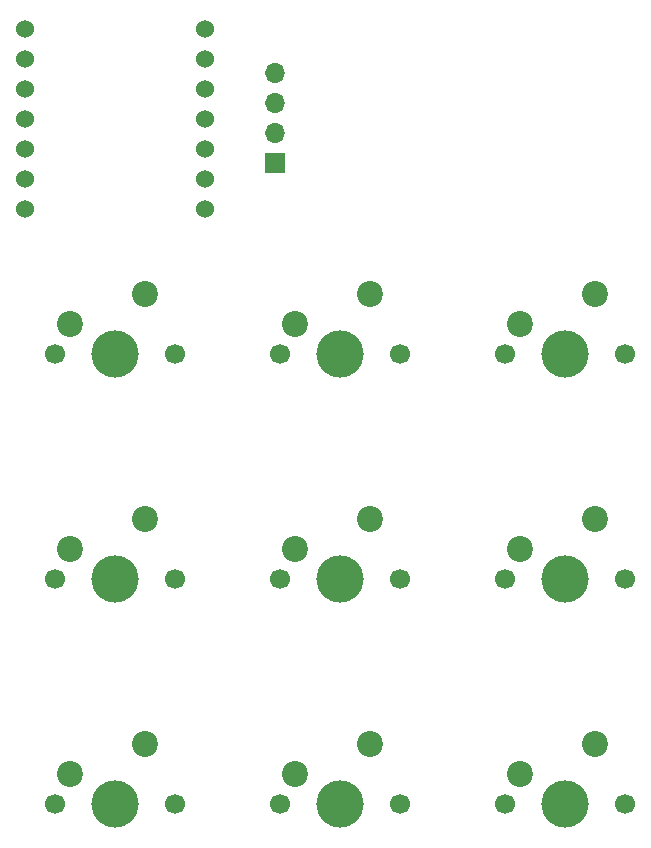
<source format=gbs>
%TF.GenerationSoftware,KiCad,Pcbnew,9.0.6*%
%TF.CreationDate,2025-12-23T13:35:11+01:00*%
%TF.ProjectId,macropad,6d616372-6f70-4616-942e-6b696361645f,rev?*%
%TF.SameCoordinates,Original*%
%TF.FileFunction,Soldermask,Bot*%
%TF.FilePolarity,Negative*%
%FSLAX46Y46*%
G04 Gerber Fmt 4.6, Leading zero omitted, Abs format (unit mm)*
G04 Created by KiCad (PCBNEW 9.0.6) date 2025-12-23 13:35:11*
%MOMM*%
%LPD*%
G01*
G04 APERTURE LIST*
%ADD10C,1.524000*%
%ADD11C,1.700000*%
%ADD12C,4.000000*%
%ADD13C,2.200000*%
%ADD14R,1.700000X1.700000*%
%ADD15O,1.700000X1.700000*%
G04 APERTURE END LIST*
D10*
X99760000Y-62510000D03*
X99760000Y-65050000D03*
X99760000Y-67590000D03*
X99760000Y-70130000D03*
X99760000Y-72670000D03*
X99760000Y-75210000D03*
X99760000Y-77750000D03*
X115000000Y-77750000D03*
X115000000Y-75210000D03*
X115000000Y-72670000D03*
X115000000Y-70130000D03*
X115000000Y-67590000D03*
X115000000Y-65050000D03*
X115000000Y-62510000D03*
D11*
X102380000Y-109130000D03*
D12*
X107460000Y-109130000D03*
D11*
X112540000Y-109130000D03*
D13*
X110000000Y-104050000D03*
X103650000Y-106590000D03*
D11*
X121430000Y-109130000D03*
D12*
X126510000Y-109130000D03*
D11*
X131590000Y-109130000D03*
D13*
X129050000Y-104050000D03*
X122700000Y-106590000D03*
D11*
X121430000Y-90080000D03*
D12*
X126510000Y-90080000D03*
D11*
X131590000Y-90080000D03*
D13*
X129050000Y-85000000D03*
X122700000Y-87540000D03*
D11*
X102380000Y-90080000D03*
D12*
X107460000Y-90080000D03*
D11*
X112540000Y-90080000D03*
D13*
X110000000Y-85000000D03*
X103650000Y-87540000D03*
D11*
X140480000Y-90080000D03*
D12*
X145560000Y-90080000D03*
D11*
X150640000Y-90080000D03*
D13*
X148100000Y-85000000D03*
X141750000Y-87540000D03*
D11*
X102380000Y-128180000D03*
D12*
X107460000Y-128180000D03*
D11*
X112540000Y-128180000D03*
D13*
X110000000Y-123100000D03*
X103650000Y-125640000D03*
D11*
X140480000Y-109130000D03*
D12*
X145560000Y-109130000D03*
D11*
X150640000Y-109130000D03*
D13*
X148100000Y-104050000D03*
X141750000Y-106590000D03*
D11*
X121430000Y-128180000D03*
D12*
X126510000Y-128180000D03*
D11*
X131590000Y-128180000D03*
D13*
X129050000Y-123100000D03*
X122700000Y-125640000D03*
D11*
X140480000Y-128180000D03*
D12*
X145560000Y-128180000D03*
D11*
X150640000Y-128180000D03*
D13*
X148100000Y-123100000D03*
X141750000Y-125640000D03*
D14*
X121000000Y-73876500D03*
D15*
X121000000Y-71336500D03*
X121000000Y-68796500D03*
X121000000Y-66256500D03*
M02*

</source>
